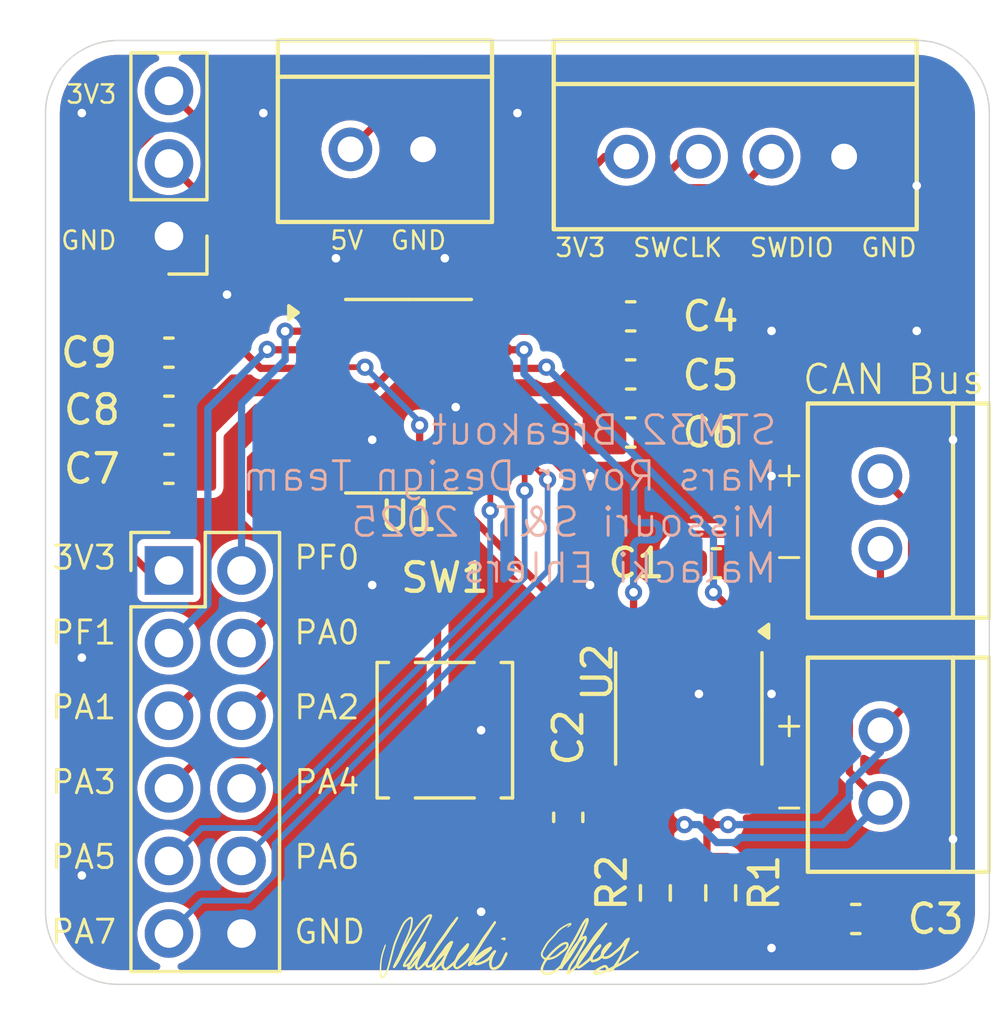
<source format=kicad_pcb>
(kicad_pcb (version 20240108) (generator "pcbnew") (generator_version "8.0")
  (layers (0 "F.Cu" signal) (31 "B.Cu" signal) (34 "B.Paste" user) (35 "F.Paste" user) (36 "B.SilkS" user "B.Silkscreen") (37 "F.SilkS" user "F.Silkscreen") (38 "B.Mask" user) (39 "F.Mask" user) (44 "Edge.Cuts" user))
  (net 0 "")
  (net 1 "+5V")
  (net 2 "GND")
  (net 3 "+3V3")
  (net 4 "Net-(C3-Pad1)")
  (net 5 "/NRST")
  (net 6 "SWCLK")
  (net 7 "SWDIO")
  (net 8 "CANH")
  (net 9 "CANL")
  (net 10 "PA2")
  (net 11 "PA0")
  (net 12 "PF1")
  (net 13 "PA5")
  (net 14 "PA6")
  (net 15 "PF0")
  (net 16 "PA7")
  (net 17 "PA1")
  (net 18 "PA4")
  (net 19 "PA3")
  (net 20 "/BOOT0")
  (net 21 "STBY")
  (net 22 "CAN_TX")
  (net 23 "CAN_RX")
  (footprint "Resistor_SMD:R_0603_1608Metric_Pad0.98x0.95mm_HandSolder" (layer "F.Cu") (at 89.662 75.5415 -90)
    (property "Reference" "R1" (at -0.3575 -1.524 90) (layer "F.SilkS"))
    (property "Value" "60")
    (pad "1" smd roundrect (at -0.9125 0 270) (size 0.975 0.95) (layers "F.Cu" "F.Paste" "F.Mask") (net 8 "CANH"))
    (pad "2" smd roundrect (at 0.9125 0 270) (size 0.975 0.95) (layers "F.Cu" "F.Paste" "F.Mask") (net 4 "Net-(C3-Pad1)"))
  )
  (footprint "MRDT_Connectors:MOLEX_SL_02_Vertical" (layer "F.Cu") (at 95.25 69.85 -90)
    (property "Reference" "Conn4" (hide yes))
    (property "Value" "Molex_SL_02" (hide yes))
    (pad "1" thru_hole circle (at 0 0 270) (size 1.524 1.524) (drill 0.9) (layers "*.Cu" "*.Mask") (net 8 "CANH"))
    (pad "2" thru_hole circle (at 2.54 0 270) (size 1.524 1.524) (drill 0.9) (layers "*.Cu" "*.Mask") (net 9 "CANL"))
  )
  (footprint "Resistor_SMD:R_0603_1608Metric_Pad0.98x0.95mm_HandSolder" (layer "F.Cu") (at 87.376 75.5415 90)
    (property "Reference" "R2" (at 0.3575 -1.524 90) (layer "F.SilkS"))
    (property "Value" "60")
    (pad "1" smd roundrect (at -0.9125 0 90) (size 0.975 0.95) (layers "F.Cu" "F.Paste" "F.Mask") (net 4 "Net-(C3-Pad1)"))
    (pad "2" smd roundrect (at 0.9125 0 90) (size 0.975 0.95) (layers "F.Cu" "F.Paste" "F.Mask") (net 9 "CANL"))
  )
  (footprint "Capacitor_SMD:C_0603_1608Metric_Pad1.08x0.95mm_HandSolder" (layer "F.Cu") (at 84.328 72.898 90)
    (property "Reference" "C2" (at 2.794 0 90) (layer "F.SilkS"))
    (property "Value" "100nF")
    (pad "1" smd roundrect (at -0.8625 0 90) (size 1.075 0.95) (layers "F.Cu" "F.Paste" "F.Mask") (net 2 "GND"))
    (pad "2" smd roundrect (at 0.8625 0 90) (size 1.075 0.95) (layers "F.Cu" "F.Paste" "F.Mask") (net 3 "+3V3"))
  )
  (footprint "Capacitor_SMD:C_0603_1608Metric_Pad1.08x0.95mm_HandSolder" (layer "F.Cu") (at 94.3875 76.454)
    (property "Reference" "C3" (at 2.794 0 0) (layer "F.SilkS"))
    (property "Value" "4.7nF")
    (pad "1" smd roundrect (at -0.8625 0) (size 1.075 0.95) (layers "F.Cu" "F.Paste" "F.Mask") (net 4 "Net-(C3-Pad1)"))
    (pad "2" smd roundrect (at 0.8625 0) (size 1.075 0.95) (layers "F.Cu" "F.Paste" "F.Mask") (net 2 "GND"))
  )
  (footprint "Capacitor_SMD:C_0603_1608Metric_Pad1.08x0.95mm_HandSolder" (layer "F.Cu") (at 70.358 56.642 180)
    (property "Reference" "C9" (at 2.794 0 0) (layer "F.SilkS"))
    (property "Value" "100nF")
    (pad "1" smd roundrect (at -0.8625 0 180) (size 1.075 0.95) (layers "F.Cu" "F.Paste" "F.Mask") (net 5 "/NRST"))
    (pad "2" smd roundrect (at 0.8625 0 180) (size 1.075 0.95) (layers "F.Cu" "F.Paste" "F.Mask") (net 2 "GND"))
  )
  (footprint "Package_SO:TSSOP-20_4.4x6.5mm_P0.65mm" (layer "F.Cu") (at 78.74 58.166)
    (property "Reference" "U1" (at 0 4.191 0) (layer "F.SilkS"))
    (property "Value" "STM32F042F6Px")
    (pad "1" smd roundrect (at -2.8625 -2.925) (size 1.475 0.4) (layers "F.Cu" "F.Paste" "F.Mask") (net 20 "/BOOT0"))
    (pad "2" smd roundrect (at -2.8625 -2.275) (size 1.475 0.4) (layers "F.Cu" "F.Paste" "F.Mask") (net 15 "PF0"))
    (pad "3" smd roundrect (at -2.8625 -1.625) (size 1.475 0.4) (layers "F.Cu" "F.Paste" "F.Mask") (net 12 "PF1"))
    (pad "4" smd roundrect (at -2.8625 -0.975) (size 1.475 0.4) (layers "F.Cu" "F.Paste" "F.Mask") (net 5 "/NRST"))
    (pad "5" smd roundrect (at -2.8625 -0.325) (size 1.475 0.4) (layers "F.Cu" "F.Paste" "F.Mask") (net 3 "+3V3"))
    (pad "6" smd roundrect (at -2.8625 0.325) (size 1.475 0.4) (layers "F.Cu" "F.Paste" "F.Mask") (net 11 "PA0"))
    (pad "7" smd roundrect (at -2.8625 0.975) (size 1.475 0.4) (layers "F.Cu" "F.Paste" "F.Mask") (net 17 "PA1"))
    (pad "8" smd roundrect (at -2.8625 1.625) (size 1.475 0.4) (layers "F.Cu" "F.Paste" "F.Mask") (net 10 "PA2"))
    (pad "9" smd roundrect (at -2.8625 2.275) (size 1.475 0.4) (layers "F.Cu" "F.Paste" "F.Mask") (net 19 "PA3"))
    (pad "10" smd roundrect (at -2.8625 2.925) (size 1.475 0.4) (layers "F.Cu" "F.Paste" "F.Mask") (net 18 "PA4"))
    (pad "11" smd roundrect (at 2.8625 2.925) (size 1.475 0.4) (layers "F.Cu" "F.Paste" "F.Mask") (net 13 "PA5"))
    (pad "12" smd roundrect (at 2.8625 2.275) (size 1.475 0.4) (layers "F.Cu" "F.Paste" "F.Mask") (net 14 "PA6"))
    (pad "13" smd roundrect (at 2.8625 1.625) (size 1.475 0.4) (layers "F.Cu" "F.Paste" "F.Mask") (net 16 "PA7"))
    (pad "14" smd roundrect (at 2.8625 0.975) (size 1.475 0.4) (layers "F.Cu" "F.Paste" "F.Mask") (net 21 "STBY"))
    (pad "15" smd roundrect (at 2.8625 0.325) (size 1.475 0.4) (layers "F.Cu" "F.Paste" "F.Mask") (net 2 "GND"))
    (pad "16" smd roundrect (at 2.8625 -0.325) (size 1.475 0.4) (layers "F.Cu" "F.Paste" "F.Mask") (net 3 "+3V3"))
    (pad "17" smd roundrect (at 2.8625 -0.975) (size 1.475 0.4) (layers "F.Cu" "F.Paste" "F.Mask") (net 22 "CAN_TX"))
    (pad "18" smd roundrect (at 2.8625 -1.625) (size 1.475 0.4) (layers "F.Cu" "F.Paste" "F.Mask") (net 23 "CAN_RX"))
    (pad "19" smd roundrect (at 2.8625 -2.275) (size 1.475 0.4) (layers "F.Cu" "F.Paste" "F.Mask") (net 7 "SWDIO"))
    (pad "20" smd roundrect (at 2.8625 -2.925) (size 1.475 0.4) (layers "F.Cu" "F.Paste" "F.Mask") (net 6 "SWCLK"))
  )
  (footprint "Capacitor_SMD:C_0603_1608Metric_Pad1.08x0.95mm_HandSolder" (layer "F.Cu") (at 86.5135 57.404)
    (property "Reference" "C5" (at 2.794 0.03 0) (layer "F.SilkS"))
    (property "Value" "100nF")
    (pad "1" smd roundrect (at -0.8625 0) (size 1.075 0.95) (layers "F.Cu" "F.Paste" "F.Mask") (net 3 "+3V3"))
    (pad "2" smd roundrect (at 0.8625 0) (size 1.075 0.95) (layers "F.Cu" "F.Paste" "F.Mask") (net 2 "GND"))
  )
  (footprint "MRDT_Connectors:MOLEX_SL_02_Vertical" (layer "F.Cu") (at 76.708 49.53)
    (property "Reference" "Conn2" (hide yes))
    (property "Value" "Molex_SL_02" (hide yes))
    (pad "1" thru_hole circle (at 0 0) (size 1.524 1.524) (drill 0.9) (layers "*.Cu" "*.Mask") (net 1 "+5V"))
    (pad "2" thru_hole circle (at 2.54 0) (size 1.524 1.524) (drill 0.9) (layers "*.Cu" "*.Mask") (net 2 "GND"))
  )
  (footprint "Button_Switch_SMD:SW_SPST_TL3305A" (layer "F.Cu") (at 80.01 69.85 -90)
    (property "Reference" "SW1" (at -5.334 0 180) (layer "F.SilkS"))
    (property "Value" "SW_Push" (hide yes))
    (pad "1" smd rect (at -3.6 -1.5 270) (size 1.6 1.4) (layers "F.Cu" "F.Paste" "F.Mask") (net 2 "GND"))
    (pad "1" smd rect (at 3.6 -1.5 270) (size 1.6 1.4) (layers "F.Cu" "F.Paste" "F.Mask") (net 2 "GND"))
    (pad "2" smd rect (at -3.6 1.5 270) (size 1.6 1.4) (layers "F.Cu" "F.Paste" "F.Mask") (net 5 "/NRST"))
    (pad "2" smd rect (at 3.6 1.5 270) (size 1.6 1.4) (layers "F.Cu" "F.Paste" "F.Mask") (net 5 "/NRST"))
  )
  (footprint "Package_SO:SOIC-8_3.9x4.9mm_P1.27mm" (layer "F.Cu") (at 88.5455 69.088 -90)
    (property "Reference" "U2" (at -1.27 3.2015 -90) (layer "F.SilkS"))
    (property "Value" "ATA6561")
    (pad "1" smd roundrect (at -2.475 -1.905 270) (size 1.95 0.6) (layers "F.Cu" "F.Paste" "F.Mask") (net 22 "CAN_TX"))
    (pad "2" smd roundrect (at -2.475 -0.635 270) (size 1.95 0.6) (layers "F.Cu" "F.Paste" "F.Mask") (net 2 "GND"))
    (pad "3" smd roundrect (at -2.475 0.635 270) (size 1.95 0.6) (layers "F.Cu" "F.Paste" "F.Mask") (net 1 "+5V"))
    (pad "4" smd roundrect (at -2.475 1.905 270) (size 1.95 0.6) (layers "F.Cu" "F.Paste" "F.Mask") (net 23 "CAN_RX"))
    (pad "5" smd roundrect (at 2.475 1.905 270) (size 1.95 0.6) (layers "F.Cu" "F.Paste" "F.Mask") (net 3 "+3V3"))
    (pad "6" smd roundrect (at 2.475 0.635 270) (size 1.95 0.6) (layers "F.Cu" "F.Paste" "F.Mask") (net 9 "CANL"))
    (pad "7" smd roundrect (at 2.475 -0.635 270) (size 1.95 0.6) (layers "F.Cu" "F.Paste" "F.Mask") (net 8 "CANH"))
    (pad "8" smd roundrect (at 2.475 -1.905 270) (size 1.95 0.6) (layers "F.Cu" "F.Paste" "F.Mask") (net 21 "STBY"))
  )
  (footprint "Connector_PinHeader_2.54mm:PinHeader_1x03_P2.54mm_Vertical" (layer "F.Cu") (at 70.358 52.563 180)
    (property "Reference" "JP1" (hide yes))
    (property "Value" "Jumper_3_Open")
    (pad "1" thru_hole rect (at 0 0 180) (size 1.7 1.7) (drill 1) (layers "*.Cu" "*.Mask") (net 2 "GND"))
    (pad "2" thru_hole oval (at 0 2.54 180) (size 1.7 1.7) (drill 1) (layers "*.Cu" "*.Mask") (net 20 "/BOOT0"))
    (pad "3" thru_hole oval (at 0 5.08 180) (size 1.7 1.7) (drill 1) (layers "*.Cu" "*.Mask") (net 3 "+3V3"))
  )
  (footprint "Connector_PinHeader_2.54mm:PinHeader_2x06_P2.54mm_Vertical" (layer "F.Cu") (at 70.358 64.262)
    (property "Reference" "J1" (hide yes))
    (property "Value" "Conn_01x12_Pin")
    (pad "1" thru_hole rect (at 0 0) (size 1.7 1.7) (drill 1) (layers "*.Cu" "*.Mask") (net 3 "+3V3"))
    (pad "2" thru_hole oval (at 2.54 0) (size 1.7 1.7) (drill 1) (layers "*.Cu" "*.Mask") (net 15 "PF0"))
    (pad "3" thru_hole oval (at 0 2.54) (size 1.7 1.7) (drill 1) (layers "*.Cu" "*.Mask") (net 12 "PF1"))
    (pad "4" thru_hole oval (at 2.54 2.54) (size 1.7 1.7) (drill 1) (layers "*.Cu" "*.Mask") (net 11 "PA0"))
    (pad "5" thru_hole oval (at 0 5.08) (size 1.7 1.7) (drill 1) (layers "*.Cu" "*.Mask") (net 17 "PA1"))
    (pad "6" thru_hole oval (at 2.54 5.08) (size 1.7 1.7) (drill 1) (layers "*.Cu" "*.Mask") (net 10 "PA2"))
    (pad "7" thru_hole oval (at 0 7.62) (size 1.7 1.7) (drill 1) (layers "*.Cu" "*.Mask") (net 19 "PA3"))
    (pad "8" thru_hole oval (at 2.54 7.62) (size 1.7 1.7) (drill 1) (layers "*.Cu" "*.Mask") (net 18 "PA4"))
    (pad "9" thru_hole oval (at 0 10.16) (size 1.7 1.7) (drill 1) (layers "*.Cu" "*.Mask") (net 13 "PA5"))
    (pad "10" thru_hole oval (at 2.54 10.16) (size 1.7 1.7) (drill 1) (layers "*.Cu" "*.Mask") (net 14 "PA6"))
    (pad "11" thru_hole oval (at 0 12.7) (size 1.7 1.7) (drill 1) (layers "*.Cu" "*.Mask") (net 16 "PA7"))
    (pad "12" thru_hole oval (at 2.54 12.7) (size 1.7 1.7) (drill 1) (layers "*.Cu" "*.Mask") (net 2 "GND"))
  )
  (footprint "Capacitor_SMD:C_0603_1608Metric_Pad1.08x0.95mm_HandSolder" (layer "F.Cu") (at 70.358 58.674 180)
    (property "Reference" "C8" (at 2.6935 0.034 0) (layer "F.SilkS"))
    (property "Value" "1uF")
    (pad "1" smd roundrect (at -0.8625 0 180) (size 1.075 0.95) (layers "F.Cu" "F.Paste" "F.Mask") (net 3 "+3V3"))
    (pad "2" smd roundrect (at 0.8625 0 180) (size 1.075 0.95) (layers "F.Cu" "F.Paste" "F.Mask") (net 2 "GND"))
  )
  (footprint "Capacitor_SMD:C_0603_1608Metric_Pad1.08x0.95mm_HandSolder" (layer "F.Cu") (at 86.5135 59.436)
    (property "Reference" "C6" (at 2.794 0 0) (layer "F.SilkS"))
    (property "Value" "4.7uF")
    (pad "1" smd roundrect (at -0.8625 0) (size 1.075 0.95) (layers "F.Cu" "F.Paste" "F.Mask") (net 3 "+3V3"))
    (pad "2" smd roundrect (at 0.8625 0) (size 1.075 0.95) (layers "F.Cu" "F.Paste" "F.Mask") (net 2 "GND"))
  )
  (footprint "Capacitor_SMD:C_0603_1608Metric_Pad1.08x0.95mm_HandSolder" (layer "F.Cu") (at 89.5085 64.008)
    (property "Reference" "C1" (at -2.794 0 0) (layer "F.SilkS"))
    (property "Value" "100nF")
    (pad "1" smd roundrect (at -0.8625 0) (size 1.075 0.95) (layers "F.Cu" "F.Paste" "F.Mask") (net 1 "+5V"))
    (pad "2" smd roundrect (at 0.8625 0) (size 1.075 0.95) (layers "F.Cu" "F.Paste" "F.Mask") (net 2 "GND"))
  )
  (footprint "Capacitor_SMD:C_0603_1608Metric_Pad1.08x0.95mm_HandSolder" (layer "F.Cu") (at 70.358 60.706 180)
    (property "Reference" "C7" (at 2.6935 0.004 0) (layer "F.SilkS"))
    (property "Value" "10nF")
    (pad "1" smd roundrect (at -0.8625 0 180) (size 1.075 0.95) (layers "F.Cu" "F.Paste" "F.Mask") (net 3 "+3V3"))
    (pad "2" smd roundrect (at 0.8625 0 180) (size 1.075 0.95) (layers "F.Cu" "F.Paste" "F.Mask") (net 2 "GND"))
  )
  (footprint "MRDT_Connectors:MOLEX_SL_04_Vertical" (layer "F.Cu") (at 86.36 49.784)
    (property "Reference" "Conn1" (hide yes))
    (property "Value" "Molex_SL_04" (hide yes))
    (pad "1" thru_hole circle (at 0 0) (size 1.524 1.524) (drill 0.9) (layers "*.Cu" "*.Mask") (net 3 "+3V3"))
    (pad "2" thru_hole circle (at 2.54 0) (size 1.524 1.524) (drill 0.9) (layers "*.Cu" "*.Mask") (net 6 "SWCLK"))
    (pad "3" thru_hole circle (at 5.08 0) (size 1.524 1.524) (drill 0.9) (layers "*.Cu" "*.Mask") (net 7 "SWDIO"))
    (pad "4" thru_hole circle (at 7.62 0) (size 1.524 1.524) (drill 0.9) (layers "*.Cu" "*.Mask") (net 2 "GND"))
    (pad "4" thru_hole circle (at 7.62 0) (size 1.524 1.524) (drill 0.9) (layers "*.Cu" "*.Mask") (net 2 "GND"))
  )
  (footprint "MRDT_Connectors:MOLEX_SL_02_Vertical" (layer "F.Cu") (at 95.25 60.96 -90)
    (property "Reference" "Conn3" (hide yes))
    (property "Value" "Molex_SL_02" (hide yes))
    (pad "1" thru_hole circle (at 0 0 270) (size 1.524 1.524) (drill 0.9) (layers "*.Cu" "*.Mask") (net 8 "CANH"))
    (pad "2" thru_hole circle (at 2.54 0 270) (size 1.524 1.524) (drill 0.9) (layers "*.Cu" "*.Mask") (net 9 "CANL"))
  )
  (footprint "Local Libraries:signature_Malacki_Ehlers" (layer "F.Cu") (at 82.296 77.47)
    (property "Reference" "G***" (hide yes))
    (property "Value" "LOGO" (hide yes))
  )
  (footprint "Capacitor_SMD:C_0603_1608Metric_Pad1.08x0.95mm_HandSolder" (layer "F.Cu") (at 86.5135 55.372)
    (property "Reference" "C4" (at 2.794 0 0) (layer "F.SilkS"))
    (property "Value" "100nF")
    (pad "1" smd roundrect (at -0.8625 0) (size 1.075 0.95) (layers "F.Cu" "F.Paste" "F.Mask") (net 3 "+3V3"))
    (pad "2" smd roundrect (at 0.8625 0) (size 1.075 0.95) (layers "F.Cu" "F.Paste" "F.Mask") (net 2 "GND"))
  )
  (gr_arc (start 99.06 76.2) (mid 98.316051 77.996051) (end 96.52 78.74) (stroke (width 0.05)) (layer "Edge.Cuts"))
  (gr_line (start 68.58 45.72) (end 96.52 45.72) (stroke (width 0.05)) (layer "Edge.Cuts"))
  (gr_arc (start 68.58 78.74) (mid 66.783949 77.996051) (end 66.04 76.2) (stroke (width 0.05)) (layer "Edge.Cuts"))
  (gr_line (start 66.04 76.2) (end 66.04 48.26) (stroke (width 0.05)) (layer "Edge.Cuts"))
  (gr_line (start 96.52 78.74) (end 68.58 78.74) (stroke (width 0.05)) (layer "Edge.Cuts"))
  (gr_arc (start 66.04 48.26) (mid 66.783949 46.463949) (end 68.58 45.72) (stroke (width 0.05)) (layer "Edge.Cuts"))
  (gr_line (start 99.06 48.26) (end 99.06 76.2) (stroke (width 0.05)) (layer "Edge.Cuts"))
  (gr_arc (start 96.52 45.72) (mid 98.316051 46.463949) (end 99.06 48.26) (stroke (width 0.05)) (layer "Edge.Cuts"))
  (gr_text "STM32 Breakout\nMars Rover Design Team\nMissouri S&T, 2025\nMalacki Ehlers" (at 91.694 64.77 0) (layer "B.SilkS") (effects (font (size 1 1) (thickness 0.1)) (justify left bottom mirror)))
  (gr_text "3V3\n\n\n\n\nGND" (at 68.58 53.086 0) (layer "F.SilkS") (effects (font (size 0.635 0.635) (thickness 0.0889)) (justify right bottom)))
  (gr_text "PF0\n\nPA0\n\nPA2\n\nPA4\n\nPA6\n\nGND" (at 74.676 70.358 0) (layer "F.SilkS") (effects (font (size 0.8128 0.8128) (thickness 0.1016)) (justify left)))
  (gr_text "+\n\n-" (at 91.44 64.262 0) (layer "F.SilkS") (effects (font (size 0.889 0.889) (thickness 0.1016)) (justify left bottom)))
  (gr_text "3V3  SWCLK  SWDIO  GND" (at 83.82 53.34 0) (layer "F.SilkS") (effects (font (size 0.635 0.635) (thickness 0.0889)) (justify left bottom)))
  (gr_text "+\n\n-" (at 91.44 73.025 0) (layer "F.SilkS") (effects (font (size 0.889 0.889) (thickness 0.1016)) (justify left bottom)))
  (gr_text "5V  GND" (at 75.946 53.086 0) (layer "F.SilkS") (effects (font (size 0.635 0.635) (thickness 0.0889)) (justify left bottom)))
  (gr_text "3V3\n\nPF1\n\nPA1\n\nPA3\n\nPA5\n\nPA7" (at 68.58 70.358 0) (layer "F.SilkS") (effects (font (size 0.8128 0.8128) (thickness 0.1016)) (justify right)))
  (gr_text "CAN Bus" (at 92.456 58.166 0) (layer "F.SilkS") (effects (font (size 1 1) (thickness 0.1)) (justify left bottom)))
  (segment (start 76.708 49.53) (end 79.891 46.347) (width 0.254) (layer "F.Cu") (net 1))
  (segment (start 88.4185 64.008) (end 87.9105 64.516) (width 0.254) (layer "F.Cu") (net 1))
  (segment (start 96.385 46.347) (end 98.298 48.26) (width 0.254) (layer "F.Cu") (net 1))
  (segment (start 88.646 64.008) (end 88.4185 64.008) (width 0.254) (layer "F.Cu") (net 1))
  (segment (start 79.891 46.347) (end 96.385 46.347) (width 0.254) (layer "F.Cu") (net 1))
  (segment (start 98.298 55.88) (end 91.186 62.992) (width 0.254) (layer "F.Cu") (net 1))
  (segment (start 87.9105 63.4735) (end 87.9105 66.613) (width 0.254) (layer "F.Cu") (net 1))
  (segment (start 88.392 62.992) (end 87.9105 63.4735) (width 0.254) (layer "F.Cu") (net 1))
  (segment (start 98.298 48.26) (end 98.298 55.88) (width 0.254) (layer "F.Cu") (net 1))
  (segment (start 91.186 62.992) (end 88.392 62.992) (width 0.254) (layer "F.Cu") (net 1))
  (via (at 88.9 68.58) (size 0.6) (drill 0.3) (layers "F.Cu" "B.Cu") (net 2))
  (via (at 97.79 73.66) (size 0.6) (drill 0.3) (layers "F.Cu" "B.Cu") (net 2))
  (via (at 80.01 53.34) (size 0.6) (drill 0.3) (layers "F.Cu" "B.Cu") (net 2))
  (via (at 72.39 54.61) (size 0.6) (drill 0.3) (layers "F.Cu" "B.Cu") (net 2))
  (via (at 91.44 77.47) (size 0.6) (drill 0.3) (layers "F.Cu" "B.Cu") (net 2))
  (via (at 77.47 64.77) (size 0.6) (drill 0.3) (layers "F.Cu" "B.Cu") (net 2))
  (via (at 85.09 64.77) (size 0.6) (drill 0.3) (layers "F.Cu" "B.Cu") (net 2))
  (via (at 82.55 48.26) (size 0.6) (drill 0.3) (layers "F.Cu" "B.Cu") (net 2))
  (via (at 91.44 60.96) (size 0.6) (drill 0.3) (layers "F.Cu" "B.Cu") (net 2))
  (via (at 81.28 69.85) (size 0.6) (drill 0.3) (layers "F.Cu" "B.Cu") (net 2))
  (via (at 80.391 58.547) (size 0.6) (drill 0.3) (layers "F.Cu" "B.Cu") (net 2))
  (via (at 76.2 53.34) (size 0.6) (drill 0.3) (layers "F.Cu" "B.Cu") (net 2))
  (via (at 81.28 76.2) (size 0.6) (drill 0.3) (layers "F.Cu" "B.Cu") (net 2))
  (via (at 77.47 59.69) (size 0.6) (drill 0.3) (layers "F.Cu" "B.Cu") (net 2))
  (via (at 73.66 48.26) (size 0.6) (drill 0.3) (layers "F.Cu" "B.Cu") (net 2))
  (via (at 85.09 60.96) (size 0.6) (drill 0.3) (layers "F.Cu" "B.Cu") (net 2))
  (via (at 67.31 74.93) (size 0.6) (drill 0.3) (layers "F.Cu" "B.Cu") (net 2))
  (via (at 96.52 55.88) (size 0.6) (drill 0.3) (layers "F.Cu" "B.Cu") (net 2))
  (via (at 97.79 59.69) (size 0.6) (drill 0.3) (layers "F.Cu" "B.Cu") (net 2))
  (via (at 96.52 50.8) (size 0.6) (drill 0.3) (layers "F.Cu" "B.Cu") (net 2))
  (via (at 67.31 48.26) (size 0.6) (drill 0.3) (layers "F.Cu" "B.Cu") (net 2))
  (via (at 67.31 67.31) (size 0.6) (drill 0.3) (layers "F.Cu" "B.Cu") (net 2))
  (via (at 91.44 68.58) (size 0.6) (drill 0.3) (layers "F.Cu" "B.Cu") (net 2))
  (via (at 91.44 55.88) (size 0.6) (drill 0.3) (layers "F.Cu" "B.Cu") (net 2))
  (segment (start 86.6405 69.8765) (end 86.6405 71.563) (width 0.254) (layer "F.Cu") (net 3))
  (segment (start 84.455 50.927) (end 79.756 55.626) (width 0.254) (layer "F.Cu") (net 3))
  (segment (start 85.598 49.784) (end 84.455 50.927) (width 0.254) (layer "F.Cu") (net 3))
  (segment (start 83.901 67.137) (end 86.6405 69.8765) (width 0.254) (layer "F.Cu") (net 3))
  (segment (start 67.818 50.89847) (end 67.818 62.484) (width 0.254) (layer "F.Cu") (net 3))
  (segment (start 79.756 61.214) (end 83.901 65.359) (width 0.254) (layer "F.Cu") (net 3))
  (segment (start 74.437 51.562) (end 83.82 51.562) (width 0.254) (layer "F.Cu") (net 3))
  (segment (start 71.6355 48.7605) (end 74.437 51.562) (width 0.254) (layer "F.Cu") (net 3))
  (segment (start 83.901 65.359) (end 83.901 67.137) (width 0.254) (layer "F.Cu") (net 3))
  (segment (start 86.168 72.0355) (end 86.6405 71.563) (width 0.254) (layer "F.Cu") (net 3))
  (segment (start 79.756 57.15) (end 79.756 56.731999) (width 0.254) (layer "F.Cu") (net 3))
  (segment (start 77.541 57.841) (end 75.8775 57.841) (width 0.254) (layer "F.Cu") (net 3))
  (segment (start 86.36 49.784) (end 85.598 49.784) (width 0.254) (layer "F.Cu") (net 3))
  (segment (start 71.6355 48.7605) (end 69.95597 48.7605) (width 0.254) (layer "F.Cu") (net 3))
  (segment (start 79.756 55.626) (end 77.541 57.841) (width 0.254) (layer "F.Cu") (net 3))
  (segment (start 79.756 56.731999) (end 79.756 61.214) (width 0.254) (layer "F.Cu") (net 3))
  (segment (start 69.596 64.262) (end 70.358 64.262) (width 0.254) (layer "F.Cu") (net 3))
  (segment (start 70.358 47.483) (end 71.6355 48.7605) (width 0.254) (layer "F.Cu") (net 3))
  (segment (start 83.82 51.562) (end 84.455 50.927) (width 0.254) (layer "F.Cu") (net 3))
  (segment (start 69.95597 48.7605) (end 67.818 50.89847) (width 0.254) (layer "F.Cu") (net 3))
  (segment (start 67.818 62.484) (end 69.596 64.262) (width 0.254) (layer "F.Cu") (net 3))
  (segment (start 84.328 72.0355) (end 86.168 72.0355) (width 0.254) (layer "F.Cu") (net 3))
  (segment (start 79.756 56.731999) (end 79.756 55.626) (width 0.254) (layer "F.Cu") (net 3))
  (segment (start 80.447 57.841) (end 79.756 57.15) (width 0.254) (layer "F.Cu") (net 3))
  (segment (start 81.6025 57.841) (end 80.447 57.841) (width 0.254) (layer "F.Cu") (net 3))
  (segment (start 93.525 76.454) (end 89.662 76.454) (width 0.254) (layer "F.Cu") (net 4))
  (segment (start 87.376 76.454) (end 89.662 76.454) (width 0.254) (layer "F.Cu") (net 4))
  (segment (start 73.021144 56.642) (end 73.570144 57.191) (width 0.254) (layer "F.Cu") (net 5))
  (segment (start 78.51 66.25) (end 79.756 65.004) (width 0.254) (layer "F.Cu") (net 5))
  (segment (start 79.129 59.182) (end 79.129 61.229052) (width 0.254) (layer "F.Cu") (net 5))
  (segment (start 73.570144 57.191) (end 75.8775 57.191) (width 0.254) (layer "F.Cu") (net 5))
  (segment (start 79.756 61.856052) (end 79.756 64.262) (width 0.254) (layer "F.Cu") (net 5))
  (segment (start 78.51 73.45) (end 79.756 72.204) (width 0.254) (layer "F.Cu") (net 5))
  (segment (start 71.2205 56.642) (end 73.021144 56.642) (width 0.254) (layer "F.Cu") (net 5))
  (segment (start 77.216 57.15) (end 75.9185 57.15) (width 0.2) (layer "F.Cu") (net 5))
  (segment (start 79.129 61.229052) (end 79.756 61.856052) (width 0.254) (layer "F.Cu") (net 5))
  (segment (start 79.756 65.004) (end 79.756 64.262) (width 0.254) (layer "F.Cu") (net 5))
  (segment (start 79.756 72.204) (end 79.756 64.262) (width 0.254) (layer "F.Cu") (net 5))
  (segment (start 75.9185 57.15) (end 75.8775 57.191) (width 0.2) (layer "F.Cu") (net 5))
  (via (at 79.129 59.182) (size 0.6) (drill 0.3) (layers "F.Cu" "B.Cu") (net 5))
  (via (at 77.216 57.15) (size 0.6) (drill 0.3) (layers "F.Cu" "B.Cu") (net 5))
  (segment (start 79.129 59.063) (end 77.216 57.15) (width 0.2) (layer "B.Cu") (net 5))
  (segment (start 79.129 59.182) (end 79.129 59.063) (width 0.2) (layer "B.Cu") (net 5))
  (segment (start 88.392 49.784) (end 88.9 49.784) (width 0.254) (layer "F.Cu") (net 6))
  (segment (start 83.312048 53.593957) (end 83.312045 53.593955) (width 0.254) (layer "F.Cu") (net 6))
  (segment (start 85.09 51.816) (end 86.36 51.816) (width 0.254) (layer "F.Cu") (net 6))
  (segment (start 84.415135 52.490866) (end 85.09 51.816) (width 0.254) (layer "F.Cu") (net 6))
  (segment (start 83.516277 52.610244) (end 83.601131 52.525391) (width 0.254) (layer "F.Cu") (net 6))
  (segment (start 81.665 55.241) (end 82.718075 54.187925) (width 0.254) (layer "F.Cu") (net 6))
  (segment (start 82.667808 53.458836) (end 82.752662 53.373983) (width 0.254) (layer "F.Cu") (net 6))
  (segment (start 83.566605 52.999985) (end 83.516276 52.949656) (width 0.254) (layer "F.Cu") (net 6))
  (segment (start 83.142342 53.424251) (end 83.312048 53.593957) (width 0.254) (layer "F.Cu") (net 6))
  (segment (start 83.736308 53.169689) (end 83.73631 53.16969) (width 0.254) (layer "F.Cu") (net 6))
  (segment (start 81.6025 55.241) (end 81.665 55.241) (width 0.254) (layer "F.Cu") (net 6))
  (segment (start 83.940543 52.52539) (end 83.990873 52.57572) (width 0.254) (layer "F.Cu") (net 6))
  (segment (start 86.36 51.816) (end 86.391707 51.784293) (width 0.254) (layer "F.Cu") (net 6))
  (segment (start 86.391707 51.784293) (end 88.392 49.784) (width 0.254) (layer "F.Cu") (net 6))
  (segment (start 84.012876 53.955375) (end 84.097729 53.870521) (width 0.254) (layer "F.Cu") (net 6))
  (segment (start 84.330283 52.575721) (end 84.415135 52.490866) (width 0.254) (layer "F.Cu") (net 6))
  (segment (start 83.092074 53.373983) (end 83.142342 53.424251) (width 0.254) (layer "F.Cu") (net 6))
  (segment (start 83.312045 53.593955) (end 83.673465 53.955375) (width 0.254) (layer "F.Cu") (net 6))
  (segment (start 82.718076 53.848513) (end 82.667809 53.798246) (width 0.254) (layer "F.Cu") (net 6))
  (segment (start 83.73631 53.16969) (end 83.566605 52.999985) (width 0.254) (layer "F.Cu") (net 6))
  (segment (start 84.097729 53.53111) (end 83.736308 53.169689) (width 0.254) (layer "F.Cu") (net 6))
  (arc (start 83.990873 52.57572) (mid 84.160578 52.646015) (end 84.330283 52.575721) (width 0.254) (layer "F.Cu") (net 6))
  (arc (start 82.667809 53.798246) (mid 82.597515 53.62854) (end 82.667808 53.458836) (width 0.254) (layer "F.Cu") (net 6))
  (arc (start 82.752662 53.373983) (mid 82.922367 53.303689) (end 83.092074 53.373983) (width 0.254) (layer "F.Cu") (net 6))
  (arc (start 82.718075 54.187925) (mid 82.78837 54.018219) (end 82.718076 53.848513) (width 0.254) (layer "F.Cu") (net 6))
  (arc (start 83.601131 52.525391) (mid 83.770838 52.455095) (end 83.940543 52.52539) (width 0.254) (layer "F.Cu") (net 6))
  (arc (start 84.097729 53.870521) (mid 84.168024 53.700815) (end 84.097729 53.53111) (width 0.254) (layer "F.Cu") (net 6))
  (arc (start 83.516276 52.949656) (mid 83.445982 52.77995) (end 83.516277 52.610244) (width 0.254) (layer "F.Cu") (net 6))
  (arc (start 83.673465 53.955375) (mid 83.843171 54.025669) (end 84.012876 53.955375) (width 0.254) (layer "F.Cu") (net 6))
  (segment (start 81.6025 55.891) (end 83.047 55.891) (width 0.254) (layer "F.Cu") (net 7))
  (segment (start 90.351 50.873) (end 91.44 49.784) (width 0.254) (layer "F.Cu") (net 7))
  (segment (start 88.065 50.873) (end 90.351 50.873) (width 0.254) (layer "F.Cu") (net 7))
  (segment (start 83.047 55.891) (end 88.065 50.873) (width 0.254) (layer "F.Cu") (net 7))
  (segment (start 96.339 62.049) (end 96.339 68.761) (width 0.254) (layer "F.Cu") (net 8))
  (segment (start 89.916 73.152) (end 89.4345 73.152) (width 0.254) (layer "F.Cu") (net 8))
  (segment (start 89.1805 73.406) (end 89.1805 72.898) (width 0.254) (layer "F.Cu") (net 8))
  (segment (start 96.339 68.761) (end 95.25 69.85) (width 0.254) (layer "F.Cu") (net 8))
  (segment (start 89.1805 74.1475) (end 89.1805 73.406) (width 0.254) (layer "F.Cu") (net 8))
  (segment (start 89.662 74.629) (end 89.1805 74.1475) (width 0.254) (layer "F.Cu") (net 8))
  (segment (start 89.4345 73.152) (end 89.1805 73.406) (width 0.254) (layer "F.Cu") (net 8))
  (segment (start 95.25 60.96) (end 96.339 62.049) (width 0.254) (layer "F.Cu") (net 8))
  (segment (start 89.4345 73.152) (end 89.1805 72.898) (width 0.254) (layer "F.Cu") (net 8))
  (segment (start 89.1805 72.898) (end 89.1805 71.563) (width 0.254) (layer "F.Cu") (net 8))
  (via (at 89.916 73.152) (size 0.6) (drill 0.3) (layers "F.Cu" "B.Cu") (net 8))
  (segment (start 93.218 73.152) (end 94.161 72.209) (width 0.254) (layer "B.Cu") (net 8))
  (segment (start 94.161 71.701) (end 95.25 70.612) (width 0.254) (layer "B.Cu") (net 8))
  (segment (start 95.25 70.612) (end 95.25 69.85) (width 0.254) (layer "B.Cu") (net 8))
  (segment (start 94.161 72.209) (end 94.161 71.701) (width 0.254) (layer "B.Cu") (net 8))
  (segment (start 89.916 73.152) (end 93.218 73.152) (width 0.254) (layer "B.Cu") (net 8))
  (segment (start 95.25 63.5) (end 95.25 67.31) (width 0.254) (layer "F.Cu") (net 9))
  (segment (start 87.9105 74.0945) (end 87.9105 73.406) (width 0.254) (layer "F.Cu") (net 9))
  (segment (start 94.161 68.399) (end 94.161 71.301) (width 0.254) (layer "F.Cu") (net 9))
  (segment (start 94.161 71.301) (end 95.25 72.39) (width 0.254) (layer "F.Cu") (net 9))
  (segment (start 95.25 67.31) (end 94.161 68.399) (width 0.254) (layer "F.Cu") (net 9))
  (segment (start 87.376 74.629) (end 87.9105 74.0945) (width 0.254) (layer "F.Cu") (net 9))
  (segment (start 88.1645 73.152) (end 87.9105 73.406) (width 0.254) (layer "F.Cu") (net 9))
  (segment (start 87.9105 71.563) (end 87.9105 72.898) (width 0.254) (layer "F.Cu") (net 9))
  (segment (start 87.9105 73.406) (end 87.9105 72.898) (width 0.254) (layer "F.Cu") (net 9))
  (segment (start 88.392 73.152) (end 88.1645 73.152) (width 0.254) (layer "F.Cu") (net 9))
  (segment (start 88.1645 73.152) (end 87.9105 72.898) (width 0.254) (layer "F.Cu") (net 9))
  (via (at 88.392 73.152) (size 0.6) (drill 0.3) (layers "F.Cu" "B.Cu") (net 9))
  (segment (start 90.175712 73.779) (end 89.527 73.779) (width 0.254) (layer "B.Cu") (net 9))
  (segment (start 88.9 73.152) (end 88.392 73.152) (width 0.254) (layer "B.Cu") (net 9))
  (segment (start 90.348712 73.606) (end 90.175712 73.779) (width 0.254) (layer "B.Cu") (net 9))
  (segment (start 95.25 72.39) (end 94.034 73.606) (width 0.254) (layer "B.Cu") (net 9))
  (segment (start 94.034 73.606) (end 90.348712 73.606) (width 0.254) (layer "B.Cu") (net 9))
  (segment (start 89.527 73.779) (end 88.9 73.152) (width 0.254) (layer "B.Cu") (net 9))
  (segment (start 75.038 67.202) (end 72.898 69.342) (width 0.254) (layer "F.Cu") (net 10))
  (segment (start 75.8775 59.791) (end 75.049104 59.791) (width 0.254) (layer "F.Cu") (net 10))
  (segment (start 75.038 62.592) (end 75.038 67.202) (width 0.254) (layer "F.Cu") (net 10))
  (segment (start 74.168 61.722) (end 75.038 62.592) (width 0.254) (layer "F.Cu") (net 10))
  (segment (start 74.168 60.672104) (end 74.168 61.722) (width 0.254) (layer "F.Cu") (net 10))
  (segment (start 75.049104 59.791) (end 74.168 60.672104) (width 0.254) (layer "F.Cu") (net 10))
  (segment (start 74.13 63.088052) (end 73.206 62.164052) (width 0.254) (layer "F.Cu") (net 11))
  (segment (start 74.13 65.57) (end 74.13 63.088052) (width 0.254) (layer "F.Cu") (net 11))
  (segment (start 73.206 62.164052) (end 73.206 60.35) (width 0.254) (layer "F.Cu") (net 11))
  (segment (start 73.206 60.35) (end 75.065 58.491) (width 0.254) (layer "F.Cu") (net 11))
  (segment (start 75.065 58.491) (end 75.8775 58.491) (width 0.254) (layer "F.Cu") (net 11))
  (segment (start 72.898 66.802) (end 74.13 65.57) (width 0.254) (layer "F.Cu") (net 11))
  (segment (start 73.795 56.529144) (end 73.806856 56.541) (width 0.254) (layer "F.Cu") (net 12))
  (segment (start 73.806856 56.541) (end 75.8775 56.541) (width 0.254) (layer "F.Cu") (net 12))
  (via (at 73.795 56.529144) (size 0.6) (drill 0.3) (layers "F.Cu" "B.Cu") (net 12))
  (segment (start 73.795 56.529144) (end 71.721 58.603144) (width 0.254) (layer "B.Cu") (net 12))
  (segment (start 71.721 65.439) (end 70.358 66.802) (width 0.254) (layer "B.Cu") (net 12))
  (segment (start 71.721 58.603144) (end 71.721 65.439) (width 0.254) (layer "B.Cu") (net 12))
  (segment (start 81.596356 62.167644) (end 81.6025 62.1615) (width 0.2) (layer "F.Cu") (net 13))
  (segment (start 81.6025 62.1615) (end 81.6025 61.091) (width 0.2) (layer "F.Cu") (net 13))
  (via (at 81.596356 62.167644) (size 0.6) (drill 0.3) (layers "F.Cu" "B.Cu") (net 13))
  (segment (start 81.596356 65.157958) (end 73.482314 73.272) (width 0.2) (layer "B.Cu") (net 13))
  (segment (start 73.482314 73.272) (end 71.508 73.272) (width 0.2) (layer "B.Cu") (net 13))
  (segment (start 71.508 73.272) (end 70.358 74.422) (width 0.2) (layer "B.Cu") (net 13))
  (segment (start 81.596356 62.167644) (end 81.596356 65.157958) (width 0.2) (layer "B.Cu") (net 13))
  (segment (start 82.804 60.905001) (end 82.339999 60.441) (width 0.2) (layer "F.Cu") (net 14))
  (segment (start 82.339999 60.441) (end 81.6025 60.441) (width 0.2) (layer "F.Cu") (net 14))
  (segment (start 82.804 61.468) (end 82.804 60.905001) (width 0.2) (layer "F.Cu") (net 14))
  (via (at 82.804 61.468) (size 0.6) (drill 0.3) (layers "F.Cu" "B.Cu") (net 14))
  (segment (start 82.804 61.468) (end 82.804 64.516) (width 0.2) (layer "B.Cu") (net 14))
  (segment (start 82.804 64.516) (end 72.898 74.422) (width 0.2) (layer "B.Cu") (net 14))
  (segment (start 74.422 55.891) (end 75.8775 55.891) (width 0.254) (layer "F.Cu") (net 15))
  (via (at 74.422 55.891) (size 0.6) (drill 0.3) (layers "F.Cu" "B.Cu") (net 15))
  (segment (start 74.422 55.891) (end 74.422 56.896) (width 0.254) (layer "B.Cu") (net 15))
  (segment (start 72.898 58.42) (end 72.898 64.262) (width 0.254) (layer "B.Cu") (net 15))
  (segment (start 74.422 56.896) (end 72.898 58.42) (width 0.254) (layer "B.Cu") (net 15))
  (segment (start 81.6025 59.791) (end 82.31047 59.791) (width 0.2) (layer "F.Cu") (net 16))
  (segment (start 82.31047 59.791) (end 83.603735 61.084265) (width 0.2) (layer "F.Cu") (net 16))
  (via (at 83.603735 61.084265) (size 0.6) (drill 0.3) (layers "F.Cu" "B.Cu") (net 16))
  (segment (start 83.603735 64.281951) (end 74.048 73.837686) (width 0.2) (layer "B.Cu") (net 16))
  (segment (start 71.508 75.812) (end 70.358 76.962) (width 0.2) (layer "B.Cu") (net 16))
  (segment (start 83.603735 61.084265) (end 83.603735 64.281951) (width 0.2) (layer "B.Cu") (net 16))
  (segment (start 74.048 73.837686) (end 74.048 74.898346) (width 0.2) (layer "B.Cu") (net 16))
  (segment (start 74.048 74.898346) (end 73.134346 75.812) (width 0.2) (layer "B.Cu") (net 16))
  (segment (start 73.134346 75.812) (end 71.508 75.812) (width 0.2) (layer "B.Cu") (net 16))
  (segment (start 73.29253 68.072) (end 71.628 68.072) (width 0.254) (layer "F.Cu") (net 17))
  (segment (start 73.66 61.976) (end 74.584 62.9) (width 0.254) (layer "F.Cu") (net 17))
  (segment (start 74.584 62.9) (end 74.584 66.78053) (width 0.254) (layer "F.Cu") (net 17))
  (segment (start 73.66 60.538052) (end 73.66 61.976) (width 0.254) (layer "F.Cu") (net 17))
  (segment (start 74.584 66.78053) (end 73.29253 68.072) (width 0.254) (layer "F.Cu") (net 17))
  (segment (start 71.628 68.072) (end 70.358 69.342) (width 0.254) (layer "F.Cu") (net 17))
  (segment (start 75.8775 59.141) (end 75.057052 59.141) (width 0.254) (layer "F.Cu") (net 17))
  (segment (start 75.057052 59.141) (end 73.66 60.538052) (width 0.254) (layer "F.Cu") (net 17))
  (segment (start 75.946 61.1595) (end 75.8775 61.091) (width 0.254) (layer "F.Cu") (net 18))
  (segment (start 72.898 71.882) (end 75.946 68.834) (width 0.254) (layer "F.Cu") (net 18))
  (segment (start 75.946 68.834) (end 75.946 61.1595) (width 0.254) (layer "F.Cu") (net 18))
  (segment (start 73.38553 70.705) (end 71.535 70.705) (width 0.254) (layer "F.Cu") (net 19))
  (segment (start 75.8775 60.441) (end 75.041156 60.441) (width 0.254) (layer "F.Cu") (net 19))
  (segment (start 75.492 68.59853) (end 73.38553 70.705) (width 0.254) (layer "F.Cu") (net 19))
  (segment (start 75.492 62.284) (end 75.492 68.59853) (width 0.254) (layer "F.Cu") (net 19))
  (segment (start 74.676 61.468) (end 75.492 62.284) (width 0.254) (layer "F.Cu") (net 19))
  (segment (start 74.676 60.806156) (end 74.676 61.468) (width 0.254) (layer "F.Cu") (net 19))
  (segment (start 71.535 70.705) (end 70.358 71.882) (width 0.254) (layer "F.Cu") (net 19))
  (segment (start 75.041156 60.441) (end 74.676 60.806156) (width 0.254) (layer "F.Cu") (net 19))
  (segment (start 75.576 55.241) (end 75.8775 55.241) (width 0.254) (layer "F.Cu") (net 20))
  (segment (start 70.358 50.023) (end 75.576 55.241) (width 0.254) (layer "F.Cu") (net 20))
  (segment (start 81.6025 59.141) (end 82.509 59.141) (width 0.2) (layer "F.Cu") (net 21))
  (segment (start 87.21787 69.85) (end 89.916 69.85) (width 0.2) (layer "F.Cu") (net 21))
  (segment (start 84.328 66.96013) (end 87.21787 69.85) (width 0.2) (layer "F.Cu") (net 21))
  (segment (start 84.328 66.96013) (end 84.328 60.96) (width 0.2) (layer "F.Cu") (net 21))
  (segment (start 90.4505 70.3845) (end 90.4505 71.563) (width 0.2) (layer "F.Cu") (net 21))
  (segment (start 89.916 69.85) (end 90.4505 70.3845) (width 0.2) (layer "F.Cu") (net 21))
  (segment (start 82.509 59.141) (end 84.328 60.96) (width 0.2) (layer "F.Cu") (net 21))
  (segment (start 83.525 57.191) (end 83.566 57.15) (width 0.254) (layer "F.Cu") (net 22))
  (segment (start 90.4505 66.0665) (end 90.4505 66.613) (width 0.254) (layer "F.Cu") (net 22))
  (segment (start 81.6025 57.191) (end 83.525 57.191) (width 0.254) (layer "F.Cu") (net 22))
  (segment (start 89.408 65.024) (end 90.4505 66.0665) (width 0.254) (layer "F.Cu") (net 22))
  (via (at 83.566 57.15) (size 0.6) (drill 0.3) (layers "F.Cu" "B.Cu") (net 22))
  (via (at 89.408 65.024) (size 0.6) (drill 0.3) (layers "F.Cu" "B.Cu") (net 22))
  (segment (start 83.566 57.15) (end 89.408 62.992) (width 0.254) (layer "B.Cu") (net 22))
  (segment (start 89.408 62.992) (end 89.408 65.024) (width 0.254) (layer "B.Cu") (net 22))
  (segment (start 86.614 66.5865) (end 86.6405 66.613) (width 0.254) (layer "F.Cu") (net 23))
  (segment (start 86.614 65.024) (end 86.614 66.5865) (width 0.254) (layer "F.Cu") (net 23))
  (segment (start 82.781 56.541) (end 81.6025 56.541) (width 0.254) (layer "F.Cu") (net 23))
  (via (at 82.781 56.541) (size 0.6) (drill 0.3) (layers "F.Cu" "B.Cu") (net 23))
  (via (at 86.614 65.024) (size 0.6) (drill 0.3) (layers "F.Cu" "B.Cu") (net 23))
  (segment (start 86.614 61.214) (end 86.614 62.350233) (width 0.254) (layer "B.Cu") (net 23))
  (segment (start 87.512248 62.830233) (end 87.512248 62.950233) (width 0.254) (layer "B.Cu") (net 23))
  (segment (start 82.781 57.381) (end 86.614 61.214) (width 0.254) (layer "B.Cu") (net 23))
  (segment (start 86.854 62.590233) (end 87.272248 62.590233) (width 0.254) (layer "B.Cu") (net 23))
  (segment (start 86.614 63.430233) (end 86.614 63.550233) (width 0.254) (layer "B.Cu") (net 23))
  (segment (start 82.781 56.541) (end 82.781 57.381) (width 0.254) (layer "B.Cu") (net 23))
  (segment (start 86.614 63.550233) (end 86.614 65.024) (width 0.254) (layer "B.Cu") (net 23))
  (segment (start 87.272248 63.190233) (end 86.854 63.190233) (width 0.254) (layer "B.Cu") (net 23))
  (arc (start 87.272248 62.590233) (mid 87.441954 62.660527) (end 87.512248 62.830233) (width 0.254) (layer "B.Cu") (net 23))
  (arc (start 87.512248 62.950233) (mid 87.441954 63.119939) (end 87.272248 63.190233) (width 0.254) (layer "B.Cu") (net 23))
  (arc (start 86.854 63.190233) (mid 86.684294 63.260527) (end 86.614 63.430233) (width 0.254) (layer "B.Cu") (net 23))
  (arc (start 86.614 62.350233) (mid 86.684294 62.519939) (end 86.854 62.590233) (width 0.254) (layer "B.Cu") (net 23))
  (zone (net 3) (net_name "+3V3") (layer "F.Cu") (priority 1) (connect_pads yes (clearance 0.254)) (min_thickness 0.25) (fill yes (thermal_gap 0.5) (thermal_bridge_width 0.5))
    (polygon (pts (xy 76.835 57.404) (xy 76.835 58.166) (xy 73.279 58.166) (xy 72.009 59.436) (xy 72.009 61.468) (xy 70.485 61.468) (xy 70.485 57.912) (xy 72.009 57.912) (xy 72.517 57.404)))
  )
  (zone (net 3) (net_name "+3V3") (layer "F.Cu") (priority 1) (connect_pads yes (clearance 0.254)) (min_thickness 0.25) (fill yes (thermal_gap 0.5) (thermal_bridge_width 0.5))
    (polygon (pts (xy 80.6185 57.404) (xy 80.6185 58.166) (xy 84.074 58.166) (xy 84.836 58.928) (xy 84.836 60.198) (xy 86.36 60.198) (xy 86.36 54.61) (xy 84.836 54.61) (xy 84.836 56.642) (xy 84.074 57.404)))
  )
  (zone (net 2) (net_name "GND") (layers "F&B.Cu") (connect_pads yes (clearance 0.254)) (min_thickness 0.25) (fill yes (thermal_gap 0.5) (thermal_bridge_width 0.5))
    (polygon (pts (xy 99.06 45.72) (xy 99.06 78.74) (xy 66.04 78.74) (xy 66.04 45.72)))
  )
)
</source>
